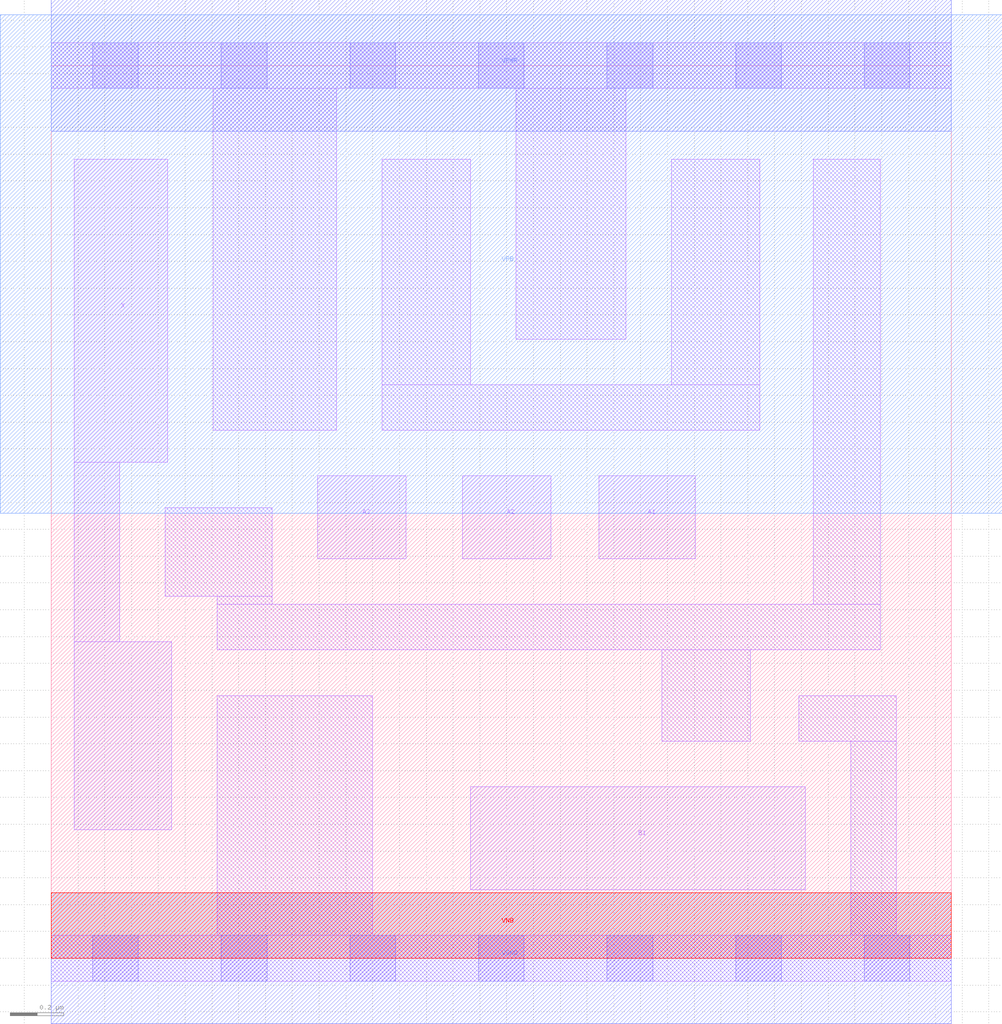
<source format=lef>
# Copyright 2020 The SkyWater PDK Authors
#
# Licensed under the Apache License, Version 2.0 (the "License");
# you may not use this file except in compliance with the License.
# You may obtain a copy of the License at
#
#     https://www.apache.org/licenses/LICENSE-2.0
#
# Unless required by applicable law or agreed to in writing, software
# distributed under the License is distributed on an "AS IS" BASIS,
# WITHOUT WARRANTIES OR CONDITIONS OF ANY KIND, either express or implied.
# See the License for the specific language governing permissions and
# limitations under the License.
#
# SPDX-License-Identifier: Apache-2.0

VERSION 5.7 ;
  NOWIREEXTENSIONATPIN ON ;
  DIVIDERCHAR "/" ;
  BUSBITCHARS "[]" ;
MACRO sky130_fd_sc_ls__a31o_1
  CLASS CORE ;
  FOREIGN sky130_fd_sc_ls__a31o_1 ;
  ORIGIN  0.000000  0.000000 ;
  SIZE  3.360000 BY  3.330000 ;
  SYMMETRY X Y ;
  SITE unit ;
  PIN A1
    ANTENNAGATEAREA  0.246000 ;
    DIRECTION INPUT ;
    USE SIGNAL ;
    PORT
      LAYER li1 ;
        RECT 2.045000 1.490000 2.405000 1.800000 ;
    END
  END A1
  PIN A2
    ANTENNAGATEAREA  0.246000 ;
    DIRECTION INPUT ;
    USE SIGNAL ;
    PORT
      LAYER li1 ;
        RECT 1.535000 1.490000 1.865000 1.800000 ;
    END
  END A2
  PIN A3
    ANTENNAGATEAREA  0.246000 ;
    DIRECTION INPUT ;
    USE SIGNAL ;
    PORT
      LAYER li1 ;
        RECT 0.995000 1.490000 1.325000 1.800000 ;
    END
  END A3
  PIN B1
    ANTENNAGATEAREA  0.246000 ;
    DIRECTION INPUT ;
    USE SIGNAL ;
    PORT
      LAYER li1 ;
        RECT 1.565000 0.255000 2.815000 0.640000 ;
    END
  END B1
  PIN X
    ANTENNADIFFAREA  0.504100 ;
    DIRECTION OUTPUT ;
    USE SIGNAL ;
    PORT
      LAYER li1 ;
        RECT 0.085000 0.480000 0.450000 1.180000 ;
        RECT 0.085000 1.180000 0.255000 1.850000 ;
        RECT 0.085000 1.850000 0.435000 2.980000 ;
    END
  END X
  PIN VGND
    DIRECTION INOUT ;
    SHAPE ABUTMENT ;
    USE GROUND ;
    PORT
      LAYER met1 ;
        RECT 0.000000 -0.245000 3.360000 0.245000 ;
    END
  END VGND
  PIN VNB
    DIRECTION INOUT ;
    USE GROUND ;
    PORT
      LAYER pwell ;
        RECT 0.000000 0.000000 3.360000 0.245000 ;
    END
  END VNB
  PIN VPB
    DIRECTION INOUT ;
    USE POWER ;
    PORT
      LAYER nwell ;
        RECT -0.190000 1.660000 3.550000 3.520000 ;
    END
  END VPB
  PIN VPWR
    DIRECTION INOUT ;
    SHAPE ABUTMENT ;
    USE POWER ;
    PORT
      LAYER met1 ;
        RECT 0.000000 3.085000 3.360000 3.575000 ;
    END
  END VPWR
  OBS
    LAYER li1 ;
      RECT 0.000000 -0.085000 3.360000 0.085000 ;
      RECT 0.000000  3.245000 3.360000 3.415000 ;
      RECT 0.425000  1.350000 0.825000 1.680000 ;
      RECT 0.605000  1.970000 1.065000 3.245000 ;
      RECT 0.620000  0.085000 1.200000 0.980000 ;
      RECT 0.620000  1.150000 3.095000 1.320000 ;
      RECT 0.620000  1.320000 0.825000 1.350000 ;
      RECT 1.235000  1.970000 2.645000 2.140000 ;
      RECT 1.235000  2.140000 1.565000 2.980000 ;
      RECT 1.735000  2.310000 2.145000 3.245000 ;
      RECT 2.280000  0.810000 2.610000 1.150000 ;
      RECT 2.315000  2.140000 2.645000 2.980000 ;
      RECT 2.790000  0.810000 3.155000 0.980000 ;
      RECT 2.845000  1.320000 3.095000 2.980000 ;
      RECT 2.985000  0.085000 3.155000 0.810000 ;
    LAYER mcon ;
      RECT 0.155000 -0.085000 0.325000 0.085000 ;
      RECT 0.155000  3.245000 0.325000 3.415000 ;
      RECT 0.635000 -0.085000 0.805000 0.085000 ;
      RECT 0.635000  3.245000 0.805000 3.415000 ;
      RECT 1.115000 -0.085000 1.285000 0.085000 ;
      RECT 1.115000  3.245000 1.285000 3.415000 ;
      RECT 1.595000 -0.085000 1.765000 0.085000 ;
      RECT 1.595000  3.245000 1.765000 3.415000 ;
      RECT 2.075000 -0.085000 2.245000 0.085000 ;
      RECT 2.075000  3.245000 2.245000 3.415000 ;
      RECT 2.555000 -0.085000 2.725000 0.085000 ;
      RECT 2.555000  3.245000 2.725000 3.415000 ;
      RECT 3.035000 -0.085000 3.205000 0.085000 ;
      RECT 3.035000  3.245000 3.205000 3.415000 ;
  END
END sky130_fd_sc_ls__a31o_1
END LIBRARY

</source>
